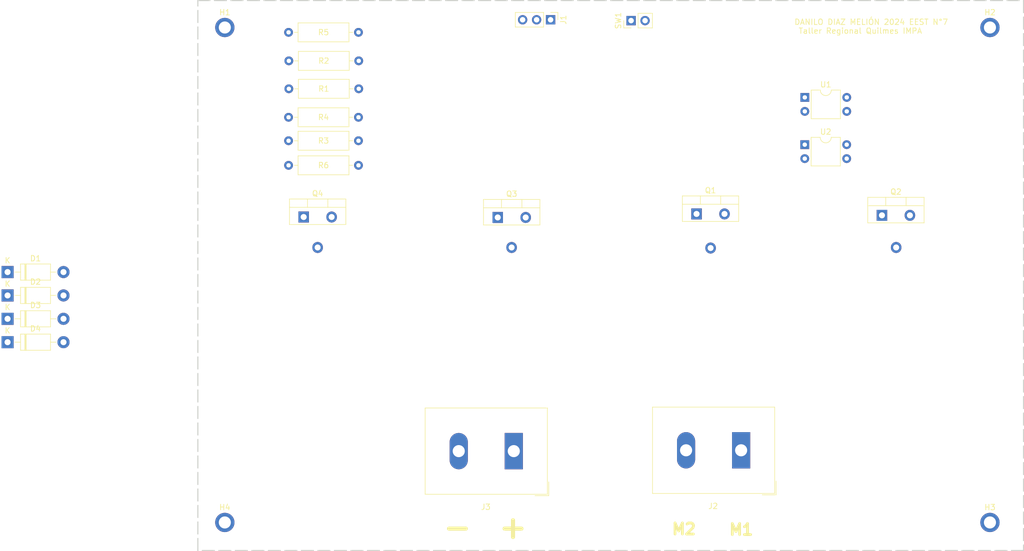
<source format=kicad_pcb>
(kicad_pcb (version 20240108) (generator "pcbnew") (generator_version "8.0")
  (title_block (title "Puente H Power Mosfet") (date "05/09/2024") (rev "8.1.1") (company "Danilo Melión"))
  (layers (0 "F.Cu" signal) (31 "B.Cu" signal) (34 "B.Paste" user) (35 "F.Paste" user) (36 "B.SilkS" user "B.Silkscreen") (37 "F.SilkS" user "F.Silkscreen") (38 "B.Mask" user) (39 "F.Mask" user) (44 "Edge.Cuts" user))
  (net 0 "")
  (net 1 "PWM1")
  (net 2 "PWM2")
  (net 3 "GND")
  (net 4 "Net-(J2-Pin_1)")
  (net 5 "Net-(J2-Pin_2)")
  (net 6 "Net-(D1-K)")
  (net 7 "+24V")
  (net 8 "Net-(D1-A)")
  (net 9 "Net-(D2-A)")
  (net 10 "Net-(R1-Pad2)")
  (net 11 "Net-(SW1-B)")
  (net 12 "GNDPWR")
  (net 13 "Net-(D3-A)")
  (net 14 "Net-(D3-K)")
  (net 15 "Net-(D4-A)")
  (net 16 "Net-(R2-Pad1)")
  (net 17 "Net-(R5-Pad2)")
  (net 18 "Net-(R6-Pad2)")
  (footprint "MountingHole:MountingHole_2.2mm_M2_ISO7380_Pad" (layer "F.Cu") (at 57 126)
    (property "Reference" "H4" (at 0 -2.75 0) (layer "F.SilkS"))
    (property "Value" "MountingHole_2.2mm_M2_ISO7380_Pad" (hide yes))
    (pad "1" thru_hole circle (at 0 0) (size 3.5 3.5) (drill 2.2) (layers "*.Cu" "*.Mask"))
  )
  (footprint "Resistor_THT:R_Axial_DIN0309_L9.0mm_D3.2mm_P12.70mm_Horizontal" (layer "F.Cu") (at 68.58 61.0616)
    (property "Reference" "R6" (at 6.35 0 0) (layer "F.SilkS"))
    (property "Value" "180")
    (fp_line (start 1.04 0) (end 1.73 0) (stroke (width 0.12)) (layer "F.SilkS"))
    (fp_line (start 1.73 -1.72) (end 1.73 1.72) (stroke (width 0.12)) (layer "F.SilkS"))
    (fp_line (start 1.73 1.72) (end 10.97 1.72) (stroke (width 0.12)) (layer "F.SilkS"))
    (fp_line (start 10.97 -1.72) (end 1.73 -1.72) (stroke (width 0.12)) (layer "F.SilkS"))
    (fp_line (start 10.97 1.72) (end 10.97 -1.72) (stroke (width 0.12)) (layer "F.SilkS"))
    (fp_line (start 11.66 0) (end 10.97 0) (stroke (width 0.12)) (layer "F.SilkS"))
    (pad "1" thru_hole circle (at 0 0) (size 1.6 1.6) (drill 0.8) (layers "*.Cu" "*.Mask") (net 13 "Net-(D3-A)"))
    (pad "2" thru_hole oval (at 12.7 0) (size 1.6 1.6) (drill 0.8) (layers "*.Cu" "*.Mask") (net 18 "Net-(R6-Pad2)"))
  )
  (footprint "Resistor_THT:R_Axial_DIN0309_L9.0mm_D3.2mm_P12.70mm_Horizontal" (layer "F.Cu") (at 68.58 56.5912)
    (property "Reference" "R4" (at 6.35 -4.2672 0) (layer "F.SilkS"))
    (property "Value" "10k")
    (fp_line (start 1.04 0) (end 1.73 0) (stroke (width 0.12)) (layer "F.SilkS"))
    (fp_line (start 1.73 -1.72) (end 1.73 1.72) (stroke (width 0.12)) (layer "F.SilkS"))
    (fp_line (start 1.73 1.72) (end 10.97 1.72) (stroke (width 0.12)) (layer "F.SilkS"))
    (fp_line (start 10.97 -1.72) (end 1.73 -1.72) (stroke (width 0.12)) (layer "F.SilkS"))
    (fp_line (start 10.97 1.72) (end 10.97 -1.72) (stroke (width 0.12)) (layer "F.SilkS"))
    (fp_line (start 11.66 0) (end 10.97 0) (stroke (width 0.12)) (layer "F.SilkS"))
    (pad "1" thru_hole circle (at 0 0) (size 1.6 1.6) (drill 0.8) (layers "*.Cu" "*.Mask") (net 7 "+24V"))
    (pad "2" thru_hole oval (at 12.7 0) (size 1.6 1.6) (drill 0.8) (layers "*.Cu" "*.Mask") (net 13 "Net-(D3-A)"))
  )
  (footprint "Diode_THT:D_DO-41_SOD81_P10.16mm_Horizontal" (layer "F.Cu") (at 17.5312 84.722)
    (property "Reference" "D2" (at 5.08 -2.47 0) (layer "F.SilkS"))
    (property "Value" "1N4742A")
    (fp_line (start 1.34 0) (end 2.36 0) (stroke (width 0.12)) (layer "F.SilkS"))
    (fp_line (start 2.36 -1.47) (end 2.36 1.47) (stroke (width 0.12)) (layer "F.SilkS"))
    (fp_line (start 2.36 1.47) (end 7.8 1.47) (stroke (width 0.12)) (layer "F.SilkS"))
    (fp_line (start 3.14 -1.47) (end 3.14 1.47) (stroke (width 0.12)) (layer "F.SilkS"))
    (fp_line (start 3.26 -1.47) (end 3.26 1.47) (stroke (width 0.12)) (layer "F.SilkS"))
    (fp_line (start 3.38 -1.47) (end 3.38 1.47) (stroke (width 0.12)) (layer "F.SilkS"))
    (fp_line (start 7.8 -1.47) (end 2.36 -1.47) (stroke (width 0.12)) (layer "F.SilkS"))
    (fp_line (start 7.8 1.47) (end 7.8 -1.47) (stroke (width 0.12)) (layer "F.SilkS"))
    (fp_line (start 8.82 0) (end 7.8 0) (stroke (width 0.12)) (layer "F.SilkS"))
    (fp_text user "K" (at 0 -2.1 0) (layer "F.SilkS"))
    (pad "1" thru_hole rect (at 0 0) (size 2.2 2.2) (drill 1.1) (layers "*.Cu" "*.Mask") (net 8 "Net-(D1-A)"))
    (pad "2" thru_hole oval (at 10.16 0) (size 2.2 2.2) (drill 1.1) (layers "*.Cu" "*.Mask") (net 9 "Net-(D2-A)"))
  )
  (footprint "Diode_THT:D_DO-41_SOD81_P10.16mm_Horizontal" (layer "F.Cu") (at 17.5312 80.472)
    (property "Reference" "D1" (at 5.08 -2.47 0) (layer "F.SilkS"))
    (property "Value" "1N4742A")
    (fp_line (start 1.34 0) (end 2.36 0) (stroke (width 0.12)) (layer "F.SilkS"))
    (fp_line (start 2.36 -1.47) (end 2.36 1.47) (stroke (width 0.12)) (layer "F.SilkS"))
    (fp_line (start 2.36 1.47) (end 7.8 1.47) (stroke (width 0.12)) (layer "F.SilkS"))
    (fp_line (start 3.14 -1.47) (end 3.14 1.47) (stroke (width 0.12)) (layer "F.SilkS"))
    (fp_line (start 3.26 -1.47) (end 3.26 1.47) (stroke (width 0.12)) (layer "F.SilkS"))
    (fp_line (start 3.38 -1.47) (end 3.38 1.47) (stroke (width 0.12)) (layer "F.SilkS"))
    (fp_line (start 7.8 -1.47) (end 2.36 -1.47) (stroke (width 0.12)) (layer "F.SilkS"))
    (fp_line (start 7.8 1.47) (end 7.8 -1.47) (stroke (width 0.12)) (layer "F.SilkS"))
    (fp_line (start 8.82 0) (end 7.8 0) (stroke (width 0.12)) (layer "F.SilkS"))
    (fp_text user "K" (at 0 -2.1 0) (layer "F.SilkS"))
    (pad "1" thru_hole rect (at 0 0) (size 2.2 2.2) (drill 1.1) (layers "*.Cu" "*.Mask") (net 6 "Net-(D1-K)"))
    (pad "2" thru_hole oval (at 10.16 0) (size 2.2 2.2) (drill 1.1) (layers "*.Cu" "*.Mask") (net 8 "Net-(D1-A)"))
  )
  (footprint "MountingHole:MountingHole_2.2mm_M2_ISO7380_Pad" (layer "F.Cu") (at 57 36)
    (property "Reference" "H1" (at 0 -2.75 0) (layer "F.SilkS"))
    (property "Value" "MountingHole_2.2mm_M2_ISO7380_Pad" (hide yes))
    (pad "1" thru_hole circle (at 0 0) (size 3.5 3.5) (drill 2.2) (layers "*.Cu" "*.Mask"))
  )
  (footprint "Package_DIP:DIP-4_W7.62mm" (layer "F.Cu") (at 162.3668 48.7122)
    (property "Reference" "U1" (at 3.81 -2.33 0) (layer "F.SilkS"))
    (property "Value" "PC817")
    (fp_line (start 1.16 -1.33) (end 1.16 3.87) (stroke (width 0.12)) (layer "F.SilkS"))
    (fp_line (start 1.16 3.87) (end 6.46 3.87) (stroke (width 0.12)) (layer "F.SilkS"))
    (fp_line (start 2.81 -1.33) (end 1.16 -1.33) (stroke (width 0.12)) (layer "F.SilkS"))
    (fp_line (start 6.46 -1.33) (end 4.81 -1.33) (stroke (width 0.12)) (layer "F.SilkS"))
    (fp_line (start 6.46 3.87) (end 6.46 -1.33) (stroke (width 0.12)) (layer "F.SilkS"))
    (fp_arc (start 4.81 -1.33) (mid 3.81 -0.33) (end 2.81 -1.33) (stroke (width 0.12)) (layer "F.SilkS"))
    (pad "1" thru_hole rect (at 0 0) (size 1.6 1.6) (drill 0.8) (layers "*.Cu" "*.Mask") (net 10 "Net-(R1-Pad2)"))
    (pad "2" thru_hole oval (at 0 2.54) (size 1.6 1.6) (drill 0.8) (layers "*.Cu" "*.Mask") (net 11 "Net-(SW1-B)"))
    (pad "3" thru_hole oval (at 7.62 2.54) (size 1.6 1.6) (drill 0.8) (layers "*.Cu" "*.Mask") (net 12 "GNDPWR"))
    (pad "4" thru_hole oval (at 7.62 0) (size 1.6 1.6) (drill 0.8) (layers "*.Cu" "*.Mask") (net 17 "Net-(R5-Pad2)"))
  )
  (footprint "Package_TO_SOT_THT:TO-220-3_Vertical" (layer "F.Cu") (at 71.3232 70.4596)
    (property "Reference" "Q4" (at 2.54 -4.27 0) (layer "F.SilkS"))
    (property "Value" "IRF2805")
    (fp_line (start -2.58 -3.27) (end -2.58 1.371) (stroke (width 0.12)) (layer "F.SilkS"))
    (fp_line (start -2.58 -3.27) (end 7.66 -3.27) (stroke (width 0.12)) (layer "F.SilkS"))
    (fp_line (start -2.58 -1.76) (end 7.66 -1.76) (stroke (width 0.12)) (layer "F.SilkS"))
    (fp_line (start -2.58 1.371) (end 7.66 1.371) (stroke (width 0.12)) (layer "F.SilkS"))
    (fp_line (start 0.69 -3.27) (end 0.69 -1.76) (stroke (width 0.12)) (layer "F.SilkS"))
    (fp_line (start 4.391 -3.27) (end 4.391 -1.76) (stroke (width 0.12)) (layer "F.SilkS"))
    (fp_line (start 7.66 -3.27) (end 7.66 1.371) (stroke (width 0.12)) (layer "F.SilkS"))
    (pad "1" thru_hole rect (at 0 0) (size 1.905 2) (drill 1.1) (layers "*.Cu" "*.Mask") (net 15 "Net-(D4-A)"))
    (pad "2" thru_hole oval (at 2.5368 5.5404) (size 1.905 2) (drill 1.1) (layers "*.Cu" "*.Mask") (net 5 "Net-(J2-Pin_2)"))
    (pad "3" thru_hole oval (at 5.08 0) (size 1.905 2) (drill 1.1) (layers "*.Cu" "*.Mask") (net 12 "GNDPWR"))
  )
  (footprint "Package_TO_SOT_THT:TO-220-3_Vertical" (layer "F.Cu") (at 176.3776 70.1548)
    (property "Reference" "Q2" (at 2.54 -4.27 0) (layer "F.SilkS"))
    (property "Value" "IRF2805")
    (fp_line (start -2.58 -3.27) (end -2.58 1.371) (stroke (width 0.12)) (layer "F.SilkS"))
    (fp_line (start -2.58 -3.27) (end 7.66 -3.27) (stroke (width 0.12)) (layer "F.SilkS"))
    (fp_line (start -2.58 -1.76) (end 7.66 -1.76) (stroke (width 0.12)) (layer "F.SilkS"))
    (fp_line (start -2.58 1.371) (end 7.66 1.371) (stroke (width 0.12)) (layer "F.SilkS"))
    (fp_line (start 0.69 -3.27) (end 0.69 -1.76) (stroke (width 0.12)) (layer "F.SilkS"))
    (fp_line (start 4.391 -3.27) (end 4.391 -1.76) (stroke (width 0.12)) (layer "F.SilkS"))
    (fp_line (start 7.66 -3.27) (end 7.66 1.371) (stroke (width 0.12)) (layer "F.SilkS"))
    (pad "1" thru_hole rect (at 0 0) (size 1.905 2) (drill 1.1) (layers "*.Cu" "*.Mask") (net 9 "Net-(D2-A)"))
    (pad "2" thru_hole oval (at 2.5824 5.8452) (size 1.905 2) (drill 1.1) (layers "*.Cu" "*.Mask") (net 4 "Net-(J2-Pin_1)"))
    (pad "3" thru_hole oval (at 5.08 0) (size 1.905 2) (drill 1.1) (layers "*.Cu" "*.Mask") (net 12 "GNDPWR"))
  )
  (footprint "Connector_PinHeader_2.54mm:PinHeader_1x02_P2.54mm_Vertical" (layer "F.Cu") (at 130.805 34.7472 90)
    (property "Reference" "SW1" (at 0 -2.33 90) (layer "F.SilkS"))
    (property "Value" "SW")
    (fp_line (start -1.33 -1.33) (end 0 -1.33) (stroke (width 0.12)) (layer "F.SilkS"))
    (fp_line (start -1.33 0) (end -1.33 -1.33) (stroke (width 0.12)) (layer "F.SilkS"))
    (fp_line (start 1.33 1.27) (end 1.33 3.87) (stroke (width 0.12)) (layer "F.SilkS"))
    (fp_line (start -1.33 1.27) (end 1.33 1.27) (stroke (width 0.12)) (layer "F.SilkS"))
    (fp_line (start -1.33 1.27) (end -1.33 3.87) (stroke (width 0.12)) (layer "F.SilkS"))
    (fp_line (start -1.33 3.87) (end 1.33 3.87) (stroke (width 0.12)) (layer "F.SilkS"))
    (pad "1" thru_hole rect (at 0 0 90) (size 1.7 1.7) (drill 1) (layers "*.Cu" "*.Mask") (net 3 "GND"))
    (pad "2" thru_hole oval (at 0 2.54 90) (size 1.7 1.7) (drill 1) (layers "*.Cu" "*.Mask") (net 11 "Net-(SW1-B)"))
  )
  (footprint "Diode_THT:D_DO-41_SOD81_P10.16mm_Horizontal" (layer "F.Cu") (at 17.5312 88.972)
    (property "Reference" "D3" (at 5.08 -2.47 0) (layer "F.SilkS"))
    (property "Value" "1N4742A")
    (fp_line (start 1.34 0) (end 2.36 0) (stroke (width 0.12)) (layer "F.SilkS"))
    (fp_line (start 2.36 -1.47) (end 2.36 1.47) (stroke (width 0.12)) (layer "F.SilkS"))
    (fp_line (start 2.36 1.47) (end 7.8 1.47) (stroke (width 0.12)) (layer "F.SilkS"))
    (fp_line (start 3.14 -1.47) (end 3.14 1.47) (stroke (width 0.12)) (layer "F.SilkS"))
    (fp_line (start 3.26 -1.47) (end 3.26 1.47) (stroke (width 0.12)) (layer "F.SilkS"))
    (fp_line (start 3.38 -1.47) (end 3.38 1.47) (stroke (width 0.12)) (layer "F.SilkS"))
    (fp_line (start 7.8 -1.47) (end 2.36 -1.47) (stroke (width 0.12)) (layer "F.SilkS"))
    (fp_line (start 7.8 1.47) (end 7.8 -1.47) (stroke (width 0.12)) (layer "F.SilkS"))
    (fp_line (start 8.82 0) (end 7.8 0) (stroke (width 0.12)) (layer "F.SilkS"))
    (fp_text user "K" (at 0 -2.1 0) (layer "F.SilkS"))
    (pad "1" thru_hole rect (at 0 0) (size 2.2 2.2) (drill 1.1) (layers "*.Cu" "*.Mask") (net 14 "Net-(D3-K)"))
    (pad "2" thru_hole oval (at 10.16 0) (size 2.2 2.2) (drill 1.1) (layers "*.Cu" "*.Mask") (net 13 "Net-(D3-A)"))
  )
  (footprint "TerminalBlock_Dinkle:TerminalBlock_Dinkle_DT-55-B01X-02_P10.00mm" (layer "F.Cu") (at 109.4956 113.03 180)
    (property "Reference" "J3" (at 5.08 -10.16 360) (layer "F.SilkS"))
    (property "Value" "24V Alimentación")
    (fp_line (start 16.1 -7.85) (end 16.1 7.85) (stroke (width 0.12)) (layer "F.SilkS"))
    (fp_line (start -6.1 7.85) (end 16.1 7.85) (stroke (width 0.12)) (layer "F.SilkS"))
    (fp_line (start -6.1 7.85) (end -6.1 -7.85) (stroke (width 0.12)) (layer "F.SilkS"))
    (fp_line (start -6.1 -7.85) (end 16.1 -7.85) (stroke (width 0.12)) (layer "F.SilkS"))
    (fp_line (start -6.35 -5.6) (end -6.35 -8.1) (stroke (width 0.12)) (layer "F.SilkS"))
    (fp_line (start -6.35 -8.1) (end -3.85 -8.1) (stroke (width 0.12)) (layer "F.SilkS"))
    (pad "1" thru_hole rect (at 0 0 180) (size 3.3 6.6) (drill 2.2) (layers "*.Cu" "*.Mask") (net 7 "+24V"))
    (pad "2" thru_hole oval (at 10 0 180) (size 3.3 6.6) (drill 2.2) (layers "*.Cu" "*.Mask") (net 12 "GNDPWR"))
  )
  (footprint "TerminalBlock_Dinkle:TerminalBlock_Dinkle_DT-55-B01X-02_P10.00mm" (layer "F.Cu") (at 150.796 112.8776 180)
    (property "Reference" "J2" (at 5.08 -10.16 360) (layer "F.SilkS"))
    (property "Value" "MOTOR")
    (fp_line (start 16.1 -7.85) (end 16.1 7.85) (stroke (width 0.12)) (layer "F.SilkS"))
    (fp_line (start -6.1 7.85) (end 16.1 7.85) (stroke (width 0.12)) (layer "F.SilkS"))
    (fp_line (start -6.1 7.85) (end -6.1 -7.85) (stroke (width 0.12)) (layer "F.SilkS"))
    (fp_line (start -6.1 -7.85) (end 16.1 -7.85) (stroke (width 0.12)) (layer "F.SilkS"))
    (fp_line (start -6.35 -5.6) (end -6.35 -8.1) (stroke (width 0.12)) (layer "F.SilkS"))
    (fp_line (start -6.35 -8.1) (end -3.85 -8.1) (stroke (width 0.12)) (layer "F.SilkS"))
    (pad "1" thru_hole rect (at 0 0 180) (size 3.3 6.6) (drill 2.2) (layers "*.Cu" "*.Mask") (net 4 "Net-(J2-Pin_1)"))
    (pad "2" thru_hole oval (at 10 0 180) (size 3.3 6.6) (drill 2.2) (layers "*.Cu" "*.Mask") (net 5 "Net-(J2-Pin_2)"))
  )
  (footprint "Connector_PinHeader_2.54mm:PinHeader_1x03_P2.54mm_Vertical" (layer "F.Cu") (at 116.1796 34.5948 -90)
    (property "Reference" "J1" (at 0 -2.33 90) (layer "F.SilkS"))
    (property "Value" "PWM")
    (fp_line (start -1.33 6.41) (end 1.33 6.41) (stroke (width 0.12)) (layer "F.SilkS"))
    (fp_line (start -1.33 1.27) (end -1.33 6.41) (stroke (width 0.12)) (layer "F.SilkS"))
    (fp_line (start -1.33 1.27) (end 1.33 1.27) (stroke (width 0.12)) (layer "F.SilkS"))
    (fp_line (start 1.33 1.27) (end 1.33 6.41) (stroke (width 0.12)) (layer "F.SilkS"))
    (fp_line (start -1.33 0) (end -1.33 -1.33) (stroke (width 0.12)) (layer "F.SilkS"))
    (fp_line (start -1.33 -1.33) (end 0 -1.33) (stroke (width 0.12)) (layer "F.SilkS"))
    (pad "1" thru_hole rect (at 0 0 270) (size 1.7 1.7) (drill 1) (layers "*.Cu" "*.Mask") (net 1 "PWM1"))
    (pad "2" thru_hole oval (at 0 2.54 270) (size 1.7 1.7) (drill 1) (layers "*.Cu" "*.Mask") (net 2 "PWM2"))
    (pad "3" thru_hole oval (at 0 5.08 270) (size 1.7 1.7) (drill 1) (layers "*.Cu" "*.Mask") (net 3 "GND"))
  )
  (footprint "Package_DIP:DIP-4_W7.62mm" (layer "F.Cu") (at 162.3568 57.3024)
    (property "Reference" "U2" (at 3.81 -2.33 0) (layer "F.SilkS"))
    (property "Value" "PC817")
    (fp_line (start 1.16 -1.33) (end 1.16 3.87) (stroke (width 0.12)) (layer "F.SilkS"))
    (fp_line (start 1.16 3.87) (end 6.46 3.87) (stroke (width 0.12)) (layer "F.SilkS"))
    (fp_line (start 2.81 -1.33) (end 1.16 -1.33) (stroke (width 0.12)) (layer "F.SilkS"))
    (fp_line (start 6.46 -1.33) (end 4.81 -1.33) (stroke (width 0.12)) (layer "F.SilkS"))
    (fp_line (start 6.46 3.87) (end 6.46 -1.33) (stroke (width 0.12)) (layer "F.SilkS"))
    (fp_arc (start 4.81 -1.33) (mid 3.81 -0.33) (end 2.81 -1.33) (stroke (width 0.12)) (layer "F.SilkS"))
    (pad "1" thru_hole rect (at 0 0) (size 1.6 1.6) (drill 0.8) (layers "*.Cu" "*.Mask") (net 16 "Net-(R2-Pad1)"))
    (pad "2" thru_hole oval (at 0 2.54) (size 1.6 1.6) (drill 0.8) (layers "*.Cu" "*.Mask") (net 11 "Net-(SW1-B)"))
    (pad "3" thru_hole oval (at 7.62 2.54) (size 1.6 1.6) (drill 0.8) (layers "*.Cu" "*.Mask") (net 12 "GNDPWR"))
    (pad "4" thru_hole oval (at 7.62 0) (size 1.6 1.6) (drill 0.8) (layers "*.Cu" "*.Mask") (net 18 "Net-(R6-Pad2)"))
  )
  (footprint "Resistor_THT:R_Axial_DIN0309_L9.0mm_D3.2mm_P12.70mm_Horizontal" (layer "F.Cu") (at 68.6308 47.1424)
    (property "Reference" "R1" (at 6.35 0 360) (layer "F.SilkS"))
    (property "Value" "47")
    (fp_line (start 1.04 0) (end 1.73 0) (stroke (width 0.12)) (layer "F.SilkS"))
    (fp_line (start 1.73 -1.72) (end 1.73 1.72) (stroke (width 0.12)) (layer "F.SilkS"))
    (fp_line (start 1.73 1.72) (end 10.97 1.72) (stroke (width 0.12)) (layer "F.SilkS"))
    (fp_line (start 10.97 -1.72) (end 1.73 -1.72) (stroke (width 0.12)) (layer "F.SilkS"))
    (fp_line (start 10.97 1.72) (end 10.97 -1.72) (stroke (width 0.12)) (layer "F.SilkS"))
    (fp_line (start 11.66 0) (end 10.97 0) (stroke (width 0.12)) (layer "F.SilkS"))
    (pad "1" thru_hole circle (at 0 0) (size 1.6 1.6) (drill 0.8) (layers "*.Cu" "*.Mask") (net 1 "PWM1"))
    (pad "2" thru_hole oval (at 12.7 0) (size 1.6 1.6) (drill 0.8) (layers "*.Cu" "*.Mask") (net 10 "Net-(R1-Pad2)"))
  )
  (footprint "Diode_THT:D_DO-41_SOD81_P10.16mm_Horizontal" (layer "F.Cu") (at 17.5312 93.222)
    (property "Reference" "D4" (at 5.08 -2.47 0) (layer "F.SilkS"))
    (property "Value" "1N4742A")
    (fp_line (start 1.34 0) (end 2.36 0) (stroke (width 0.12)) (layer "F.SilkS"))
    (fp_line (start 2.36 -1.47) (end 2.36 1.47) (stroke (width 0.12)) (layer "F.SilkS"))
    (fp_line (start 2.36 1.47) (end 7.8 1.47) (stroke (width 0.12)) (layer "F.SilkS"))
    (fp_line (start 3.14 -1.47) (end 3.14 1.47) (stroke (width 0.12)) (layer "F.SilkS"))
    (fp_line (start 3.26 -1.47) (end 3.26 1.47) (stroke (width 0.12)) (layer "F.SilkS"))
    (fp_line (start 3.38 -1.47) (end 3.38 1.47) (stroke (width 0.12)) (layer "F.SilkS"))
    (fp_line (start 7.8 -1.47) (end 2.36 -1.47) (stroke (width 0.12)) (layer "F.SilkS"))
    (fp_line (start 7.8 1.47) (end 7.8 -1.47) (stroke (width 0.12)) (layer "F.SilkS"))
    (fp_line (start 8.82 0) (end 7.8 0) (stroke (width 0.12)) (layer "F.SilkS"))
    (fp_text user "K" (at 0 -2.1 0) (layer "F.SilkS"))
    (pad "1" thru_hole rect (at 0 0) (size 2.2 2.2) (drill 1.1) (layers "*.Cu" "*.Mask") (net 13 "Net-(D3-A)"))
    (pad "2" thru_hole oval (at 10.16 0) (size 2.2 2.2) (drill 1.1) (layers "*.Cu" "*.Mask") (net 15 "Net-(D4-A)"))
  )
  (footprint "Resistor_THT:R_Axial_DIN0309_L9.0mm_D3.2mm_P12.70mm_Horizontal" (layer "F.Cu") (at 81.28 52.324 180)
    (property "Reference" "R3" (at 6.35 -4.2672 360) (layer "F.SilkS"))
    (property "Value" "10k")
    (fp_line (start 11.66 0) (end 10.97 0) (stroke (width 0.12)) (layer "F.SilkS"))
    (fp_line (start 10.97 1.72) (end 10.97 -1.72) (stroke (width 0.12)) (layer "F.SilkS"))
    (fp_line (start 10.97 -1.72) (end 1.73 -1.72) (stroke (width 0.12)) (layer "F.SilkS"))
    (fp_line (start 1.73 1.72) (end 10.97 1.72) (stroke (width 0.12)) (layer "F.SilkS"))
    (fp_line (start 1.73 -1.72) (end 1.73 1.72) (stroke (width 0.12)) (layer "F.SilkS"))
    (fp_line (start 1.04 0) (end 1.73 0) (stroke (width 0.12)) (layer "F.SilkS"))
    (pad "1" thru_hole circle (at 0 0 180) (size 1.6 1.6) (drill 0.8) (layers "*.Cu" "*.Mask") (net 7 "+24V"))
    (pad "2" thru_hole oval (at 12.7 0 180) (size 1.6 1.6) (drill 0.8) (layers "*.Cu" "*.Mask") (net 8 "Net-(D1-A)"))
  )
  (footprint "Package_TO_SOT_THT:TO-220-3_Vertical" (layer "F.Cu") (at 142.6972 69.9008)
    (property "Reference" "Q1" (at 2.54 -4.27 0) (layer "F.SilkS"))
    (property "Value" "IRF4905")
    (fp_line (start -2.58 -3.27) (end -2.58 1.371) (stroke (width 0.12)) (layer "F.SilkS"))
    (fp_line (start -2.58 -3.27) (end 7.66 -3.27) (stroke (width 0.12)) (layer "F.SilkS"))
    (fp_line (start -2.58 -1.76) (end 7.66 -1.76) (stroke (width 0.12)) (layer "F.SilkS"))
    (fp_line (start -2.58 1.371) (end 7.66 1.371) (stroke (width 0.12)) (layer "F.SilkS"))
    (fp_line (start 0.69 -3.27) (end 0.69 -1.76) (stroke (width 0.12)) (layer "F.SilkS"))
    (fp_line (start 4.391 -3.27) (end 4.391 -1.76) (stroke (width 0.12)) (layer "F.SilkS"))
    (fp_line (start 7.66 -3.27) (end 7.66 1.371) (stroke (width 0.12)) (layer "F.SilkS"))
    (pad "1" thru_hole rect (at 0 0) (size 1.905 2) (drill 1.1) (layers "*.Cu" "*.Mask") (net 6 "Net-(D1-K)"))
    (pad "2" thru_hole oval (at 2.552 6.2008) (size 1.905 2) (drill 1.1) (layers "*.Cu" "*.Mask") (net 4 "Net-(J2-Pin_1)"))
    (pad "3" thru_hole oval (at 5.08 0) (size 1.905 2) (drill 1.1) (layers "*.Cu" "*.Mask") (net 7 "+24V"))
  )
  (footprint "Resistor_THT:R_Axial_DIN0309_L9.0mm_D3.2mm_P12.70mm_Horizontal" (layer "F.Cu") (at 81.3308 42.0624 180)
    (property "Reference" "R2" (at 6.35 0 360) (layer "F.SilkS"))
    (property "Value" "47")
    (fp_line (start 11.66 0) (end 10.97 0) (stroke (width 0.12)) (layer "F.SilkS"))
    (fp_line (start 10.97 1.72) (end 10.97 -1.72) (stroke (width 0.12)) (layer "F.SilkS"))
    (fp_line (start 10.97 -1.72) (end 1.73 -1.72) (stroke (width 0.12)) (layer "F.SilkS"))
    (fp_line (start 1.73 1.72) (end 10.97 1.72) (stroke (width 0.12)) (layer "F.SilkS"))
    (fp_line (start 1.73 -1.72) (end 1.73 1.72) (stroke (width 0.12)) (layer "F.SilkS"))
    (fp_line (start 1.04 0) (end 1.73 0) (stroke (width 0.12)) (layer "F.SilkS"))
    (pad "1" thru_hole circle (at 0 0 180) (size 1.6 1.6) (drill 0.8) (layers "*.Cu" "*.Mask") (net 16 "Net-(R2-Pad1)"))
    (pad "2" thru_hole oval (at 12.7 0 180) (size 1.6 1.6) (drill 0.8) (layers "*.Cu" "*.Mask") (net 2 "PWM2"))
  )
  (footprint "Resistor_THT:R_Axial_DIN0309_L9.0mm_D3.2mm_P12.70mm_Horizontal" (layer "F.Cu") (at 68.58 36.8808)
    (property "Reference" "R5" (at 6.35 0 0) (layer "F.SilkS"))
    (property "Value" "180")
    (fp_line (start 1.04 0) (end 1.73 0) (stroke (width 0.12)) (layer "F.SilkS"))
    (fp_line (start 1.73 -1.72) (end 1.73 1.72) (stroke (width 0.12)) (layer "F.SilkS"))
    (fp_line (start 1.73 1.72) (end 10.97 1.72) (stroke (width 0.12)) (layer "F.SilkS"))
    (fp_line (start 10.97 -1.72) (end 1.73 -1.72) (stroke (width 0.12)) (layer "F.SilkS"))
    (fp_line (start 10.97 1.72) (end 10.97 -1.72) (stroke (width 0.12)) (layer "F.SilkS"))
    (fp_line (start 11.66 0) (end 10.97 0) (stroke (width 0.12)) (layer "F.SilkS"))
    (pad "1" thru_hole circle (at 0 0) (size 1.6 1.6) (drill 0.8) (layers "*.Cu" "*.Mask") (net 8 "Net-(D1-A)"))
    (pad "2" thru_hole oval (at 12.7 0) (size 1.6 1.6) (drill 0.8) (layers "*.Cu" "*.Mask") (net 17 "Net-(R5-Pad2)"))
  )
  (footprint "MountingHole:MountingHole_2.2mm_M2_ISO7380_Pad" (layer "F.Cu") (at 196 126)
    (property "Reference" "H3" (at 0 -2.75 0) (layer "F.SilkS"))
    (property "Value" "MountingHole_2.2mm_M2_ISO7380_Pad" (hide yes))
    (pad "1" thru_hole circle (at 0 0) (size 3.5 3.5) (drill 2.2) (layers "*.Cu" "*.Mask"))
  )
  (footprint "Package_TO_SOT_THT:TO-220-3_Vertical" (layer "F.Cu") (at 106.5784 70.541)
    (property "Reference" "Q3" (at 2.54 -4.27 0) (layer "F.SilkS"))
    (property "Value" "IRF4905")
    (fp_line (start -2.58 -3.27) (end -2.58 1.371) (stroke (width 0.12)) (layer "F.SilkS"))
    (fp_line (start -2.58 -3.27) (end 7.66 -3.27) (stroke (width 0.12)) (layer "F.SilkS"))
    (fp_line (start -2.58 -1.76) (end 7.66 -1.76) (stroke (width 0.12)) (layer "F.SilkS"))
    (fp_line (start -2.58 1.371) (end 7.66 1.371) (stroke (width 0.12)) (layer "F.SilkS"))
    (fp_line (start 0.69 -3.27) (end 0.69 -1.76) (stroke (width 0.12)) (layer "F.SilkS"))
    (fp_line (start 4.391 -3.27) (end 4.391 -1.76) (stroke (width 0.12)) (layer "F.SilkS"))
    (fp_line (start 7.66 -3.27) (end 7.66 1.371) (stroke (width 0.12)) (layer "F.SilkS"))
    (pad "1" thru_hole rect (at 0 0) (size 1.905 2) (drill 1.1) (layers "*.Cu" "*.Mask") (net 14 "Net-(D3-K)"))
    (pad "2" thru_hole oval (at 2.5216 5.459) (size 1.905 2) (drill 1.1) (layers "*.Cu" "*.Mask") (net 5 "Net-(J2-Pin_2)"))
    (pad "3" thru_hole oval (at 5.08 0) (size 1.905 2) (drill 1.1) (layers "*.Cu" "*.Mask") (net 7 "+24V"))
  )
  (footprint "MountingHole:MountingHole_2.2mm_M2_ISO7380_Pad" (layer "F.Cu") (at 196 36)
    (property "Reference" "H2" (at 0 -2.75 0) (layer "F.SilkS"))
    (property "Value" "MountingHole_2.2mm_M2_ISO7380_Pad" (hide yes))
    (pad "1" thru_hole circle (at 0 0) (size 3.5 3.5) (drill 2.2) (layers "*.Cu" "*.Mask"))
  )
  (gr_rect (start 52.1 31.1) (end 202.1 131.1) (stroke (width 0.2) (type dash)) (fill none) (layer "Edge.Cuts"))
  (gr_text "M1" (at 148.3868 128.4732 0) (layer "F.SilkS") (effects (font (size 2 2) (thickness 0.5) (bold yes)) (justify left bottom)))
  (gr_text "-" (at 96.2868 129.1732 0) (layer "F.SilkS") (effects (font (size 4 4) (thickness 0.75) (bold yes)) (justify left bottom)))
  (gr_text "DANILO DIAZ MELIÓN 2024 EEST N°7 \n Taller Regional Quilmes IMPA" (at 160.4 37.2 0) (layer "F.SilkS") (effects (font (size 1 1)) (justify left bottom)))
  (gr_text "+" (at 106.3868 129.1732 0) (layer "F.SilkS") (effects (font (size 4 4) (thickness 0.75) (bold yes)) (justify left bottom)))
  (gr_text "M2" (at 137.9868 128.3732 0) (layer "F.SilkS") (effects (font (size 2 2) (thickness 0.5) (bold yes)) (justify left bottom)))
)
</source>
